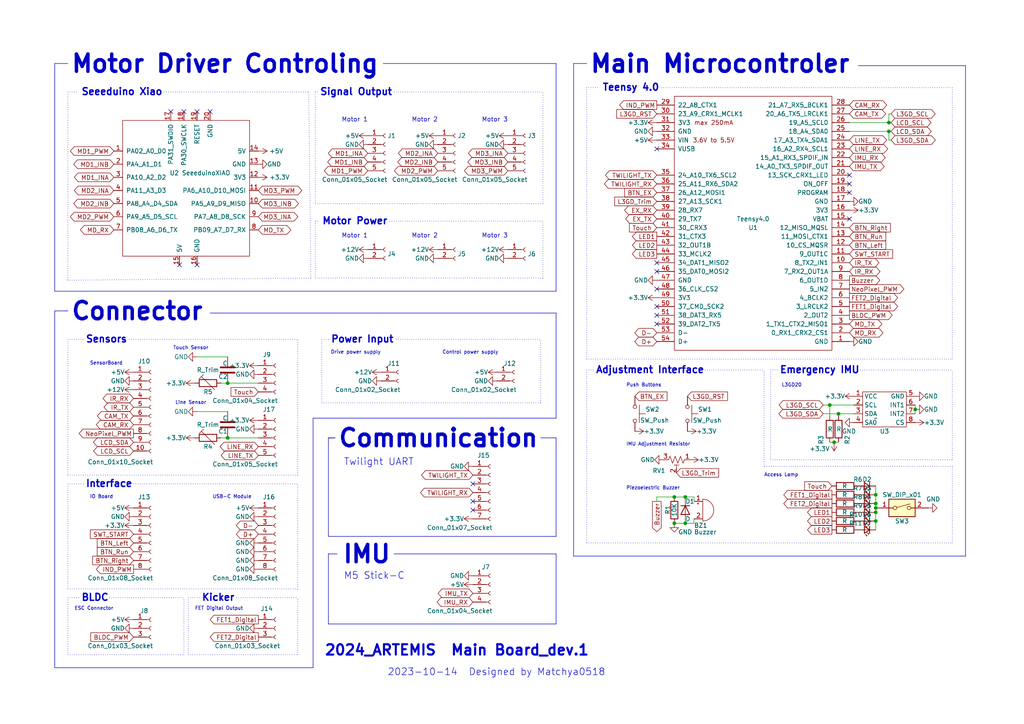
<source format=kicad_sch>
(kicad_sch (version 20230121) (generator eeschema)
  (paper "A4")
  (title_block (title "黒狼_メイン基板") (company "宗高アルテミス"))
  (junction (at 66.04 111.125))
  (junction (at 195.58 144.145))
  (junction (at 254 143.51))
  (junction (at 254 151.13))
  (junction (at 254 146.05))
  (junction (at 198.755 144.145))
  (junction (at 254 148.59))
  (junction (at 198.755 151.765))
  (junction (at 257.81 38.1))
  (junction (at 257.81 35.56))
  (junction (at 243.205 120.015))
  (junction (at 241.935 128.27))
  (junction (at 240.665 117.475))
  (junction (at 66.04 127))
  (junction (at 254 147.32))
  (junction (at 265.43 118.745))
  (junction (at 195.58 151.765))
  (no_connect (at 246.38 53.34))
  (no_connect (at 190.5 91.44))
  (no_connect (at 137.16 147.955))
  (no_connect (at 137.16 140.335))
  (no_connect (at 60.96 32.385))
  (no_connect (at 57.15 76.835))
  (no_connect (at 190.5 43.18))
  (no_connect (at 190.5 76.2))
  (no_connect (at 246.38 55.88))
  (no_connect (at 246.38 63.5))
  (no_connect (at 57.15 32.385))
  (no_connect (at 49.53 32.385))
  (no_connect (at 246.38 50.8))
  (no_connect (at 53.34 32.385))
  (no_connect (at 190.5 93.98))
  (no_connect (at 190.5 83.82))
  (no_connect (at 137.16 145.415))
  (no_connect (at 190.5 88.9))
  (no_connect (at 190.5 78.74))
  (no_connect (at 52.07 76.835))
  (polyline (pts (xy 280.035 161.29) (xy 280.035 19.05)))
  (wire (pts (xy 66.04 127) (xy 74.93 127)))
  (polyline (pts (xy 161.29 121.285) (xy 161.29 90.805)))
  (wire (pts (xy 201.295 151.765) (xy 198.755 151.765)))
  (polyline (pts (xy 156.845 127) (xy 161.29 127)))
  (wire (pts (xy 257.81 33.02) (xy 257.81 35.56)))
  (polyline (pts (xy 93.345 116.84) (xy 156.845 116.84)) (stroke (width 0) (type dot)))
  (wire (pts (xy 64.135 111.125) (xy 66.04 111.125)))
  (wire (pts (xy 258.445 38.1) (xy 257.81 38.1)))
  (wire (pts (xy 265.43 117.475) (xy 265.43 118.745)))
  (wire (pts (xy 198.755 151.765) (xy 195.58 151.765)))
  (polyline (pts (xy 91.44 26.67) (xy 92.71 26.67)) (stroke (width 0) (type dot)))
  (wire (pts (xy 64.135 127) (xy 66.04 127)))
  (polyline (pts (xy 97.155 127) (xy 95.25 127)))
  (wire (pts (xy 254 146.05) (xy 254 147.32)))
  (polyline (pts (xy 19.685 26.67) (xy 19.685 81.28)) (stroke (width 0) (type dot)))
  (polyline (pts (xy 161.29 84.455) (xy 161.29 18.415)))
  (polyline (pts (xy 170.18 157.48) (xy 276.225 157.48)) (stroke (width 0) (type dot)))
  (polyline (pts (xy 19.685 173.355) (xy 19.685 189.865)) (stroke (width 0) (type dot)))
  (wire (pts (xy 258.445 33.02) (xy 257.81 33.02)))
  (wire (pts (xy 190.5 145.415) (xy 190.5 144.145)))
  (polyline (pts (xy 276.225 104.14) (xy 276.225 25.4)) (stroke (width 0) (type dot)))
  (polyline (pts (xy 19.685 140.335) (xy 19.685 170.815)) (stroke (width 0) (type dot)))
  (polyline (pts (xy 37.465 98.425) (xy 86.36 98.425)) (stroke (width 0) (type dot)))
  (polyline (pts (xy 95.25 180.975) (xy 161.29 180.975)))
  (polyline (pts (xy 157.48 80.645) (xy 157.48 64.135)) (stroke (width 0) (type dot)))
  (wire (pts (xy 257.81 35.56) (xy 246.38 35.56)))
  (polyline (pts (xy 86.36 170.815) (xy 86.36 140.335)) (stroke (width 0) (type dot)))
  (wire (pts (xy 243.205 120.015) (xy 247.65 120.015)))
  (polyline (pts (xy 170.18 104.14) (xy 276.225 104.14)) (stroke (width 0) (type dot)))
  (polyline (pts (xy 15.875 90.17) (xy 15.875 193.675)))
  (polyline (pts (xy 173.355 25.4) (xy 170.18 25.4)) (stroke (width 0) (type dot)))
  (wire (pts (xy 254 148.59) (xy 254 151.13)))
  (wire (pts (xy 195.58 144.145) (xy 198.755 144.145)))
  (polyline (pts (xy 19.685 90.17) (xy 15.875 90.17)))
  (polyline (pts (xy 166.37 18.415) (xy 166.37 161.29)))
  (polyline (pts (xy 225.425 107.315) (xy 223.52 107.315)) (stroke (width 0) (type dot)))
  (wire (pts (xy 254 140.97) (xy 254 143.51)))
  (polyline (pts (xy 114.3 64.135) (xy 157.48 64.135)) (stroke (width 0) (type dot)))
  (polyline (pts (xy 86.36 189.865) (xy 86.36 173.355)) (stroke (width 0) (type dot)))
  (polyline (pts (xy 223.52 107.315) (xy 223.52 133.35)) (stroke (width 0) (type dot)))
  (polyline (pts (xy 93.345 98.425) (xy 93.345 116.84)) (stroke (width 0) (type dot)))
  (polyline (pts (xy 95.25 98.425) (xy 93.345 98.425)) (stroke (width 0) (type dot)))
  (wire (pts (xy 238.76 117.475) (xy 240.665 117.475)))
  (wire (pts (xy 243.205 120.65) (xy 243.205 120.015)))
  (polyline (pts (xy 114.3 26.67) (xy 157.48 26.67)) (stroke (width 0) (type dot)))
  (polyline (pts (xy 156.845 116.84) (xy 156.845 98.425)) (stroke (width 0) (type dot)))
  (polyline (pts (xy 53.34 189.865) (xy 53.34 173.355)) (stroke (width 0) (type dot)))
  (polyline (pts (xy 86.36 137.795) (xy 86.36 98.425)) (stroke (width 0) (type dot)))
  (polyline (pts (xy 54.61 173.355) (xy 54.61 189.865)) (stroke (width 0) (type dot)))
  (polyline (pts (xy 91.44 80.645) (xy 157.48 80.645)) (stroke (width 0) (type dot)))
  (wire (pts (xy 241.935 128.27) (xy 243.205 128.27)))
  (polyline (pts (xy 19.685 18.415) (xy 15.875 18.415)))
  (polyline (pts (xy 170.18 107.315) (xy 170.18 157.48)) (stroke (width 0) (type dot)))
  (polyline (pts (xy 54.61 189.865) (xy 86.36 189.865)) (stroke (width 0) (type dot)))
  (wire (pts (xy 254 147.32) (xy 254 148.59)))
  (wire (pts (xy 257.81 38.1) (xy 246.38 38.1)))
  (polyline (pts (xy 97.79 160.655) (xy 95.25 160.655)))
  (polyline (pts (xy 223.52 133.35) (xy 276.225 133.35)) (stroke (width 0) (type dot)))
  (polyline (pts (xy 276.225 135.255) (xy 221.615 135.255)) (stroke (width 0) (type dot)))
  (polyline (pts (xy 15.875 18.415) (xy 15.875 84.455)))
  (polyline (pts (xy 68.58 173.355) (xy 86.36 173.355)) (stroke (width 0) (type dot)))
  (polyline (pts (xy 91.44 26.67) (xy 91.44 59.055)) (stroke (width 0) (type dot)))
  (polyline (pts (xy 221.615 135.255) (xy 221.615 107.315)) (stroke (width 0) (type dot)))
  (wire (pts (xy 201.295 145.415) (xy 201.295 144.145)))
  (polyline (pts (xy 204.47 107.315) (xy 221.615 107.315)) (stroke (width 0) (type dot)))
  (wire (pts (xy 201.295 150.495) (xy 201.295 151.765)))
  (wire (pts (xy 57.15 119.38) (xy 66.04 119.38)))
  (polyline (pts (xy 90.805 193.675) (xy 90.805 121.285)))
  (polyline (pts (xy 22.225 26.67) (xy 19.685 26.67)) (stroke (width 0) (type dot)))
  (wire (pts (xy 258.445 40.64) (xy 257.81 40.64)))
  (polyline (pts (xy 19.685 98.425) (xy 19.685 137.795)) (stroke (width 0) (type dot)))
  (wire (pts (xy 240.665 117.475) (xy 240.665 120.65)))
  (polyline (pts (xy 114.3 160.655) (xy 161.29 160.655)))
  (wire (pts (xy 254 143.51) (xy 254 146.05)))
  (polyline (pts (xy 248.92 19.05) (xy 280.035 19.05)))
  (polyline (pts (xy 47.625 26.67) (xy 89.535 26.67)) (stroke (width 0) (type dot)))
  (polyline (pts (xy 276.225 133.35) (xy 276.225 107.315)) (stroke (width 0) (type dot)))
  (polyline (pts (xy 19.685 189.865) (xy 53.34 189.865)) (stroke (width 0) (type dot)))
  (polyline (pts (xy 24.13 140.335) (xy 19.685 140.335)) (stroke (width 0) (type dot)))
  (polyline (pts (xy 276.225 157.48) (xy 276.225 135.255)) (stroke (width 0) (type dot)))
  (wire (pts (xy 238.76 120.015) (xy 243.205 120.015)))
  (polyline (pts (xy 31.75 173.355) (xy 53.34 173.355)) (stroke (width 0) (type dot)))
  (wire (pts (xy 257.81 40.64) (xy 257.81 38.1)))
  (polyline (pts (xy 166.37 161.29) (xy 280.035 161.29)))
  (polyline (pts (xy 91.44 64.135) (xy 92.71 64.135)) (stroke (width 0) (type dot)))
  (polyline (pts (xy 170.18 25.4) (xy 170.18 104.14)) (stroke (width 0) (type dot)))
  (wire (pts (xy 240.665 117.475) (xy 247.65 117.475)))
  (polyline (pts (xy 170.18 18.415) (xy 166.37 18.415)))
  (polyline (pts (xy 57.785 173.355) (xy 54.61 173.355)) (stroke (width 0) (type dot)))
  (polyline (pts (xy 95.25 127) (xy 95.25 155.575)))
  (polyline (pts (xy 95.25 155.575) (xy 161.29 155.575)))
  (polyline (pts (xy 60.96 90.805) (xy 161.29 90.805)))
  (wire (pts (xy 190.5 144.145) (xy 195.58 144.145)))
  (wire (pts (xy 258.445 35.56) (xy 257.81 35.56)))
  (polyline (pts (xy 95.25 127) (xy 97.155 127)))
  (polyline (pts (xy 19.685 81.28) (xy 90.17 80.645)) (stroke (width 0) (type dot)))
  (polyline (pts (xy 161.29 155.575) (xy 161.29 127)))
  (polyline (pts (xy 157.48 59.055) (xy 157.48 26.67)) (stroke (width 0) (type dot)))
  (wire (pts (xy 265.43 118.745) (xy 265.43 120.015)))
  (wire (pts (xy 240.665 128.27) (xy 241.935 128.27)))
  (polyline (pts (xy 38.735 140.335) (xy 86.36 140.335)) (stroke (width 0) (type dot)))
  (wire (pts (xy 57.15 103.505) (xy 66.04 103.505)))
  (polyline (pts (xy 172.085 107.315) (xy 170.18 107.315)) (stroke (width 0) (type dot)))
  (wire (pts (xy 254 151.13) (xy 254 153.67)))
  (polyline (pts (xy 19.685 137.795) (xy 86.36 137.795)) (stroke (width 0) (type dot)))
  (polyline (pts (xy 19.685 170.815) (xy 86.36 170.815)) (stroke (width 0) (type dot)))
  (polyline (pts (xy 91.44 64.135) (xy 91.44 80.645)) (stroke (width 0) (type dot)))
  (polyline (pts (xy 91.44 59.055) (xy 157.48 59.055)) (stroke (width 0) (type dot)))
  (polyline (pts (xy 191.77 25.4) (xy 276.225 25.4)) (stroke (width 0) (type dot)))
  (polyline (pts (xy 90.17 80.645) (xy 89.535 26.67)) (stroke (width 0) (type dot)))
  (polyline (pts (xy 111.125 18.415) (xy 161.29 18.415)))
  (polyline (pts (xy 113.03 64.135) (xy 114.3 64.135)) (stroke (width 0) (type dot)))
  (wire (pts (xy 198.755 144.145) (xy 201.295 144.145)))
  (polyline (pts (xy 114.935 98.425) (xy 156.845 98.425)) (stroke (width 0) (type dot)))
  (polyline (pts (xy 15.875 84.455) (xy 161.29 84.455)))
  (polyline (pts (xy 15.875 193.675) (xy 90.805 193.675)))
  (polyline (pts (xy 161.29 180.975) (xy 161.29 160.655)))
  (polyline (pts (xy 22.86 173.355) (xy 19.685 173.355)) (stroke (width 0) (type dot)))
  (polyline (pts (xy 249.555 107.315) (xy 276.225 107.315)) (stroke (width 0) (type dot)))
  (wire (pts (xy 66.04 111.125) (xy 74.93 111.125)))
  (polyline (pts (xy 95.25 160.655) (xy 95.25 180.975)))
  (polyline (pts (xy 90.805 121.285) (xy 161.29 121.285)))
  (polyline (pts (xy 24.13 98.425) (xy 19.685 98.425)) (stroke (width 0) (type dot)))
  (text "L3GD20" (at 226.695 112.395 0) (effects (font (size 1 1)) (justify left bottom)))
  (text "Motor 2" (at 119.38 69.215 0) (effects (font (size 1.27 1.27)) (justify left bottom)))
  (text "IMU Adjustment Resistor" (at 181.61 129.54 0) (effects (font (size 1 1)) (justify left bottom)))
  (text "BLDC" (at 23.495 174.625 0) (effects (font (size 2 2) (thickness 0.4) bold) (justify left bottom)))
  (text "Emergency IMU" (at 226.06 108.585 0) (effects (font (size 2 2) (thickness 0.4) bold) (justify left bottom)))
  (text "Push Buttons" (at 181.61 112.395 0) (effects (font (size 1 1)) (justify left bottom)))
  (text "Power Input" (at 95.885 99.695 0) (effects (font (size 2 2) (thickness 0.4) bold) (justify left bottom)))
  (text "ESC Connector" (at 21.59 177.165 0) (effects (font (size 1 1)) (justify left bottom)))
  (text "Motor 1" (at 99.06 35.56 0) (effects (font (size 1.27 1.27)) (justify left bottom)))
  (text "Piezoelectric Buzzer" (at 181.61 142.24 0) (effects (font (size 1 1)) (justify left bottom)))
  (text "Drive power supply" (at 95.885 102.87 0) (effects (font (size 1 1)) (justify left bottom)))
  (text "2024_ARTEMIS  Main Board_dev.1" (at 93.98 190.5 0) (effects (font (size 3 3) (thickness 0.6) bold) (justify left bottom)))
  (text "Motor Power" (at 93.345 65.405 0) (effects (font (size 2 2) (thickness 0.4) bold) (justify left bottom)))
  (text "Motor 3" (at 139.7 69.215 0) (effects (font (size 1.27 1.27)) (justify left bottom)))
  (text "Motor Driver Controling" (at 20.32 21.59 0) (effects (font (size 5 5) (thickness 1) bold) (justify left bottom)))
  (text "Motor 2" (at 119.38 35.56 0) (effects (font (size 1.27 1.27)) (justify left bottom)))
  (text "Sensors" (at 24.765 99.695 0) (effects (font (size 2 2) (thickness 0.4) bold) (justify left bottom)))
  (text "Main Microcontroler" (at 170.815 21.59 0) (effects (font (size 5 5) (thickness 1) bold) (justify left bottom)))
  (text "Teensy 4.0" (at 174.625 26.67 0) (effects (font (size 2 2) (thickness 0.4) bold) (justify left bottom)))
  (text "M5 Stick-C" (at 99.695 168.275 0) (effects (font (size 2 2)) (justify left bottom)))
  (text "SensorBoard" (at 26.035 106.045 0) (effects (font (size 1 1)) (justify left bottom)))
  (text "FET Digital Output" (at 56.515 177.165 0) (effects (font (size 1 1)) (justify left bottom)))
  (text "Touch Sensor" (at 50.165 101.6 0) (effects (font (size 1 1)) (justify left bottom)))
  (text "Access Lamp" (at 221.615 138.43 0) (effects (font (size 1 1)) (justify left bottom)))
  (text "USB-C Module" (at 61.595 144.78 0) (effects (font (size 1 1)) (justify left bottom)))
  (text "Motor 1" (at 99.06 69.215 0) (effects (font (size 1.27 1.27)) (justify left bottom)))
  (text "Seeeduino Xiao" (at 23.495 27.94 0) (effects (font (size 2 2) (thickness 0.4) bold) (justify left bottom)))
  (text "Communication" (at 97.79 130.175 0) (effects (font (size 5 5) (thickness 1) bold) (justify left bottom)))
  (text "IMU" (at 99.06 163.83 0) (effects (font (size 5 5) (thickness 1) bold) (justify left bottom)))
  (text "Line Sensor" (at 50.8 117.475 0) (effects (font (size 1 1)) (justify left bottom)))
  (text "Control power supply" (at 128.27 102.87 0) (effects (font (size 1 1)) (justify left bottom)))
  (text "Kicker" (at 58.42 174.625 0) (effects (font (size 2 2) (thickness 0.4) bold) (justify left bottom)))
  (text "IO Board" (at 26.035 144.78 0) (effects (font (size 1 1)) (justify left bottom)))
  (text "Signal Output" (at 92.71 27.94 0) (effects (font (size 2 2) (thickness 0.4) bold) (justify left bottom)))
  (text "Designed by Matchya0518" (at 135.89 196.215 0) (effects (font (size 2 2)) (justify left bottom)))
  (text "Adjustment Interface" (at 172.72 108.585 0) (effects (font (size 2 2) (thickness 0.4) bold) (justify left bottom)))
  (text "Interface" (at 24.765 141.605 0) (effects (font (size 2 2) (thickness 0.4) bold) (justify left bottom)))
  (text "Twilight UART" (at 99.695 135.255 0) (effects (font (size 2 2)) (justify left bottom)))
  (text "Connector" (at 20.32 93.345 0) (effects (font (size 5 5) (thickness 1) bold) (justify left bottom)))
  (text "2023-10-14" (at 112.395 196.215 0) (effects (font (size 2 2)) (justify left bottom)))
  (text "Motor 3" (at 139.7 35.56 0) (effects (font (size 1.27 1.27)) (justify left bottom)))
  (global_label "TWILIGHT_TX" (shape bidirectional) (at 190.5 50.8 180) (property "Intersheetrefs" "${INTERSHEET_REFS}" (effects hide)))
  (global_label "LCD_SDA" (shape bidirectional) (at 258.445 38.1 0) (property "Intersheetrefs" "${INTERSHEET_REFS}" (effects hide)))
  (global_label "L3GD_SCL" (shape bidirectional) (at 258.445 33.02 0) (property "Intersheetrefs" "${INTERSHEET_REFS}" (effects hide)))
  (global_label "FET1_Digital" (shape output) (at 241.3 143.51 180) (property "Intersheetrefs" "${INTERSHEET_REFS}" (effects hide)))
  (global_label "Buzzer" (shape output) (at 246.38 81.28 0) (property "Intersheetrefs" "${INTERSHEET_REFS}" (effects hide)))
  (global_label "SWT_START" (shape input) (at 246.38 73.66 0) (property "Intersheetrefs" "${INTERSHEET_REFS}" (effects hide)))
  (global_label "D-" (shape bidirectional) (at 190.5 96.52 180) (property "Intersheetrefs" "${INTERSHEET_REFS}" (effects hide)))
  (global_label "MD1_INA" (shape bidirectional) (at 33.02 51.435 180) (property "Intersheetrefs" "${INTERSHEET_REFS}" (effects hide)))
  (global_label "Touch" (shape input) (at 241.3 140.97 180) (property "Intersheetrefs" "${INTERSHEET_REFS}" (effects hide)))
  (global_label "LCD_SCL" (shape bidirectional) (at 38.735 130.81 180) (property "Intersheetrefs" "${INTERSHEET_REFS}" (effects hide)))
  (global_label "IND_PWM" (shape output) (at 190.5 30.48 180) (property "Intersheetrefs" "${INTERSHEET_REFS}" (effects hide)))
  (global_label "MD3_INA" (shape bidirectional) (at 74.93 62.865 0) (property "Intersheetrefs" "${INTERSHEET_REFS}" (effects hide)))
  (global_label "MD3_PWM" (shape bidirectional) (at 147.32 49.53 180) (property "Intersheetrefs" "${INTERSHEET_REFS}" (effects hide)))
  (global_label "L3GD_SCL" (shape bidirectional) (at 238.76 117.475 180) (property "Intersheetrefs" "${INTERSHEET_REFS}" (effects hide)))
  (global_label "Touch" (shape input) (at 74.93 113.665 180) (property "Intersheetrefs" "${INTERSHEET_REFS}" (effects hide)))
  (global_label "CAM_RX" (shape bidirectional) (at 246.38 30.48 0) (property "Intersheetrefs" "${INTERSHEET_REFS}" (effects hide)))
  (global_label "L3GD_Trim" (shape input) (at 196.215 137.16 0) (property "Intersheetrefs" "${INTERSHEET_REFS}" (effects hide)))
  (global_label "CAM_TX" (shape bidirectional) (at 38.735 120.65 180) (property "Intersheetrefs" "${INTERSHEET_REFS}" (effects hide)))
  (global_label "IMU_TX" (shape bidirectional) (at 137.16 172.085 180) (property "Intersheetrefs" "${INTERSHEET_REFS}" (effects hide)))
  (global_label "MD_TX" (shape bidirectional) (at 74.93 66.675 0) (property "Intersheetrefs" "${INTERSHEET_REFS}" (effects hide)))
  (global_label "EX_RX" (shape bidirectional) (at 190.5 60.96 180) (property "Intersheetrefs" "${INTERSHEET_REFS}" (effects hide)))
  (global_label "MD3_INB" (shape bidirectional) (at 147.32 46.99 180) (property "Intersheetrefs" "${INTERSHEET_REFS}" (effects hide)))
  (global_label "LED2" (shape output) (at 241.3 151.13 180) (property "Intersheetrefs" "${INTERSHEET_REFS}" (effects hide)))
  (global_label "FET2_Digital" (shape output) (at 246.38 86.36 0) (property "Intersheetrefs" "${INTERSHEET_REFS}" (effects hide)))
  (global_label "CAM_TX" (shape bidirectional) (at 246.38 33.02 0) (property "Intersheetrefs" "${INTERSHEET_REFS}" (effects hide)))
  (global_label "L3GD_Trim" (shape input) (at 190.5 58.42 180) (property "Intersheetrefs" "${INTERSHEET_REFS}" (effects hide)))
  (global_label "MD_TX" (shape bidirectional) (at 246.38 93.98 0) (property "Intersheetrefs" "${INTERSHEET_REFS}" (effects hide)))
  (global_label "BTN_EX" (shape input) (at 190.5 55.88 180) (property "Intersheetrefs" "${INTERSHEET_REFS}" (effects hide)))
  (global_label "IMU_RX" (shape bidirectional) (at 246.38 45.72 0) (property "Intersheetrefs" "${INTERSHEET_REFS}" (effects hide)))
  (global_label "MD1_PWM" (shape bidirectional) (at 106.68 49.53 180) (property "Intersheetrefs" "${INTERSHEET_REFS}" (effects hide)))
  (global_label "BTN_Right" (shape input) (at 38.735 162.56 180) (property "Intersheetrefs" "${INTERSHEET_REFS}" (effects hide)))
  (global_label "MD2_INA" (shape bidirectional) (at 127 44.45 180) (property "Intersheetrefs" "${INTERSHEET_REFS}" (effects hide)))
  (global_label "IMU_TX" (shape bidirectional) (at 246.38 48.26 0) (property "Intersheetrefs" "${INTERSHEET_REFS}" (effects hide)))
  (global_label "L3GD_SDA" (shape bidirectional) (at 258.445 40.64 0) (property "Intersheetrefs" "${INTERSHEET_REFS}" (effects hide)))
  (global_label "L3GD_RST" (shape input) (at 199.39 114.935 0) (property "Intersheetrefs" "${INTERSHEET_REFS}" (effects hide)))
  (global_label "BTN_Left" (shape input) (at 246.38 71.12 0) (property "Intersheetrefs" "${INTERSHEET_REFS}" (effects hide)))
  (global_label "Touch" (shape input) (at 190.5 66.04 180) (property "Intersheetrefs" "${INTERSHEET_REFS}" (effects hide)))
  (global_label "L3GD_SDA" (shape bidirectional) (at 238.76 120.015 180) (property "Intersheetrefs" "${INTERSHEET_REFS}" (effects hide)))
  (global_label "MD2_PWM" (shape bidirectional) (at 33.02 62.865 180) (property "Intersheetrefs" "${INTERSHEET_REFS}" (effects hide)))
  (global_label "BTN_Run" (shape input) (at 246.38 68.58 0) (property "Intersheetrefs" "${INTERSHEET_REFS}" (effects hide)))
  (global_label "LED3" (shape output) (at 190.5 73.66 180) (property "Intersheetrefs" "${INTERSHEET_REFS}" (effects hide)))
  (global_label "SWT_START" (shape input) (at 38.735 154.94 180) (property "Intersheetrefs" "${INTERSHEET_REFS}" (effects hide)))
  (global_label "LINE_RX" (shape bidirectional) (at 74.93 129.54 180) (property "Intersheetrefs" "${INTERSHEET_REFS}" (effects hide)))
  (global_label "FET2_Digital" (shape output) (at 241.3 146.05 180) (property "Intersheetrefs" "${INTERSHEET_REFS}" (effects hide)))
  (global_label "LED1" (shape output) (at 190.5 68.58 180) (property "Intersheetrefs" "${INTERSHEET_REFS}" (effects hide)))
  (global_label "D-" (shape bidirectional) (at 74.93 152.4 180) (property "Intersheetrefs" "${INTERSHEET_REFS}" (effects hide)))
  (global_label "LINE_TX" (shape bidirectional) (at 74.93 132.08 180) (property "Intersheetrefs" "${INTERSHEET_REFS}" (effects hide)))
  (global_label "BLDC_PWM" (shape input) (at 38.735 184.785 180) (property "Intersheetrefs" "${INTERSHEET_REFS}" (effects hide)))
  (global_label "D+" (shape bidirectional) (at 190.5 99.06 180) (property "Intersheetrefs" "${INTERSHEET_REFS}" (effects hide)))
  (global_label "MD_RX" (shape bidirectional) (at 246.38 96.52 0) (property "Intersheetrefs" "${INTERSHEET_REFS}" (effects hide)))
  (global_label "MD2_INB" (shape bidirectional) (at 33.02 59.055 180) (property "Intersheetrefs" "${INTERSHEET_REFS}" (effects hide)))
  (global_label "MD3_INB" (shape bidirectional) (at 74.93 59.055 0) (property "Intersheetrefs" "${INTERSHEET_REFS}" (effects hide)))
  (global_label "TWILIGHT_RX" (shape bidirectional) (at 190.5 53.34 180) (property "Intersheetrefs" "${INTERSHEET_REFS}" (effects hide)))
  (global_label "MD2_INA" (shape bidirectional) (at 33.02 55.245 180) (property "Intersheetrefs" "${INTERSHEET_REFS}" (effects hide)))
  (global_label "IR_TX" (shape bidirectional) (at 38.735 118.11 180) (property "Intersheetrefs" "${INTERSHEET_REFS}" (effects hide)))
  (global_label "MD1_INA" (shape bidirectional) (at 106.68 44.45 180) (property "Intersheetrefs" "${INTERSHEET_REFS}" (effects hide)))
  (global_label "BTN_Run" (shape input) (at 38.735 160.02 180) (property "Intersheetrefs" "${INTERSHEET_REFS}" (effects hide)))
  (global_label "FET1_Digital" (shape output) (at 74.93 179.705 180) (property "Intersheetrefs" "${INTERSHEET_REFS}" (effects hide)))
  (global_label "IMU_RX" (shape bidirectional) (at 137.16 174.625 180) (property "Intersheetrefs" "${INTERSHEET_REFS}" (effects hide)))
  (global_label "MD1_PWM" (shape bidirectional) (at 33.02 43.815 180) (property "Intersheetrefs" "${INTERSHEET_REFS}" (effects hide)))
  (global_label "BTN_Right" (shape input) (at 246.38 66.04 0) (property "Intersheetrefs" "${INTERSHEET_REFS}" (effects hide)))
  (global_label "IR_TX" (shape bidirectional) (at 246.38 76.2 0) (property "Intersheetrefs" "${INTERSHEET_REFS}" (effects hide)))
  (global_label "MD1_INB" (shape bidirectional) (at 33.02 47.625 180) (property "Intersheetrefs" "${INTERSHEET_REFS}" (effects hide)))
  (global_label "IR_RX" (shape bidirectional) (at 38.735 115.57 180) (property "Intersheetrefs" "${INTERSHEET_REFS}" (effects hide)))
  (global_label "LINE_RX" (shape bidirectional) (at 246.38 43.18 0) (property "Intersheetrefs" "${INTERSHEET_REFS}" (effects hide)))
  (global_label "MD3_PWM" (shape bidirectional) (at 74.93 55.245 0) (property "Intersheetrefs" "${INTERSHEET_REFS}" (effects hide)))
  (global_label "IND_PWM" (shape output) (at 38.735 165.1 180) (property "Intersheetrefs" "${INTERSHEET_REFS}" (effects hide)))
  (global_label "MD3_INA" (shape bidirectional) (at 147.32 44.45 180) (property "Intersheetrefs" "${INTERSHEET_REFS}" (effects hide)))
  (global_label "LED2" (shape output) (at 190.5 71.12 180) (property "Intersheetrefs" "${INTERSHEET_REFS}" (effects hide)))
  (global_label "LCD_SDA" (shape bidirectional) (at 38.735 128.27 180) (property "Intersheetrefs" "${INTERSHEET_REFS}" (effects hide)))
  (global_label "MD_RX" (shape bidirectional) (at 33.02 66.675 180) (property "Intersheetrefs" "${INTERSHEET_REFS}" (effects hide)))
  (global_label "LED3" (shape output) (at 241.3 153.67 180) (property "Intersheetrefs" "${INTERSHEET_REFS}" (effects hide)))
  (global_label "LCD_SCL" (shape bidirectional) (at 258.445 35.56 0) (property "Intersheetrefs" "${INTERSHEET_REFS}" (effects hide)))
  (global_label "TWILIGHT_TX" (shape bidirectional) (at 137.16 137.795 180) (property "Intersheetrefs" "${INTERSHEET_REFS}" (effects hide)))
  (global_label "D+" (shape bidirectional) (at 74.93 154.94 180) (property "Intersheetrefs" "${INTERSHEET_REFS}" (effects hide)))
  (global_label "NeoPixel_PWM" (shape output) (at 38.735 125.73 180) (property "Intersheetrefs" "${INTERSHEET_REFS}" (effects hide)))
  (global_label "L3GD_RST" (shape input) (at 190.5 33.02 180) (property "Intersheetrefs" "${INTERSHEET_REFS}" (effects hide)))
  (global_label "MD2_INB" (shape bidirectional) (at 127 46.99 180) (property "Intersheetrefs" "${INTERSHEET_REFS}" (effects hide)))
  (global_label "IR_RX" (shape bidirectional) (at 246.38 78.74 0) (property "Intersheetrefs" "${INTERSHEET_REFS}" (effects hide)))
  (global_label "CAM_RX" (shape bidirectional) (at 38.735 123.19 180) (property "Intersheetrefs" "${INTERSHEET_REFS}" (effects hide)))
  (global_label "NeoPixel_PWM" (shape output) (at 246.38 83.82 0) (property "Intersheetrefs" "${INTERSHEET_REFS}" (effects hide)))
  (global_label "BTN_Left" (shape input) (at 38.735 157.48 180) (property "Intersheetrefs" "${INTERSHEET_REFS}" (effects hide)))
  (global_label "BTN_EX" (shape input) (at 184.15 114.935 0) (property "Intersheetrefs" "${INTERSHEET_REFS}" (effects hide)))
  (global_label "BLDC_PWM" (shape output) (at 246.38 91.44 0) (property "Intersheetrefs" "${INTERSHEET_REFS}" (effects hide)))
  (global_label "MD2_PWM" (shape bidirectional) (at 127 49.53 180) (property "Intersheetrefs" "${INTERSHEET_REFS}" (effects hide)))
  (global_label "MD1_INB" (shape bidirectional) (at 106.68 46.99 180) (property "Intersheetrefs" "${INTERSHEET_REFS}" (effects hide)))
  (global_label "LED1" (shape output) (at 241.3 148.59 180) (property "Intersheetrefs" "${INTERSHEET_REFS}" (effects hide)))
  (global_label "TWILIGHT_RX" (shape bidirectional) (at 137.16 142.875 180) (property "Intersheetrefs" "${INTERSHEET_REFS}" (effects hide)))
  (global_label "FET1_Digital" (shape output) (at 246.38 88.9 0) (property "Intersheetrefs" "${INTERSHEET_REFS}" (effects hide)))
  (global_label "EX_TX" (shape bidirectional) (at 190.5 63.5 180) (property "Intersheetrefs" "${INTERSHEET_REFS}" (effects hide)))
  (global_label "FET2_Digital" (shape output) (at 74.93 184.785 180) (property "Intersheetrefs" "${INTERSHEET_REFS}" (effects hide)))
  (global_label "LINE_TX" (shape bidirectional) (at 246.38 40.64 0) (property "Intersheetrefs" "${INTERSHEET_REFS}" (effects hide)))
  (global_label "Buzzer" (shape output) (at 190.5 145.415 270) (property "Intersheetrefs" "${INTERSHEET_REFS}" (effects hide)))
  (symbol (lib_id "Connector:Conn_01x02_Socket") (at 132.08 72.39 0) (unit 1)
    (property "Reference" "J5" (at 132.715 73.66 0) (effects (justify left)))
    (property "Value" "Conn_01x02_Socket" (effects hide))
    (property "Footprint" "Connector_JST:JST_XH_B2B-XH-A_1x02_P2.50mm_Vertical" (effects hide))
  )
  (symbol (lib_id "Connector:Conn_01x02_Socket") (at 111.76 72.39 0) (unit 1)
    (property "Reference" "J4" (at 112.395 73.66 0) (effects (justify left)))
    (property "Value" "Conn_01x02_Socket" (effects hide))
    (property "Footprint" "Connector_JST:JST_XH_B2B-XH-A_1x02_P2.50mm_Vertical" (effects hide))
  )
  (symbol (lib_id "Device:LED_Small") (at 251.46 153.67 180) (unit 1)
    (property "Reference" "D7" (at 251.46 151.765 0))
    (property "Value" "LED_Small" (effects hide))
    (property "Footprint" "LED_SMD:LED_0402_1005Metric" (effects hide))
  )
  (symbol (lib_id "Connector:Conn_01x08_Socket") (at 43.815 154.94 0) (unit 1)
    (property "Reference" "J13" (at 40.005 144.145 0) (effects (justify left)))
    (property "Value" "Conn_01x08_Socket" (at 25.4 167.64 0) (effects (justify left)))
    (property "Footprint" "Connector_JST:JST_XH_B8B-XH-A_1x08_P2.50mm_Vertical" (effects hide))
  )
  (symbol (lib_id "power:+5V") (at 144.145 107.95 90) (unit 1)
    (property "Reference" "#PWR037" (effects hide))
    (property "Value" "+5V" (at 141.605 107.95 90) (effects (justify left)))
  )
  (symbol (lib_id "power:GND") (at 110.49 110.49 270) (unit 1)
    (property "Reference" "#PWR035" (effects hide))
    (property "Value" "GND" (at 107.95 110.49 90) (effects (justify right)))
  )
  (symbol (lib_id "power:+5V") (at 127 39.37 90) (unit 1)
    (property "Reference" "#PWR017" (effects hide))
    (property "Value" "+5V" (at 124.46 39.37 90) (effects (justify left)))
  )
  (symbol (lib_id "power:GND") (at 106.68 41.91 270) (unit 1)
    (property "Reference" "#PWR010" (effects hide))
    (property "Value" "GND" (at 104.14 41.91 90) (effects (justify right)))
  )
  (symbol (lib_id "power:GND") (at 74.93 124.46 270) (unit 1)
    (property "Reference" "#PWR030" (effects hide))
    (property "Value" "GND" (at 72.39 124.46 90) (effects (justify right)))
  )
  (symbol (lib_id "Device:Buzzer") (at 203.835 147.955 0) (unit 1)
    (property "Reference" "BZ1" (at 201.295 152.4 0) (effects (justify left)))
    (property "Value" "Buzzer" (at 201.295 154.305 0) (effects (justify left)))
    (property "Footprint" "Buzzer_Beeper:Buzzer_12x9.5RM7.6" (effects hide))
  )
  (symbol (lib_id "power:+3.3V") (at 200.025 133.35 270) (unit 1)
    (property "Reference" "#PWR064" (effects hide))
    (property "Value" "+3.3V" (at 202.565 133.35 90) (effects (justify left)))
  )
  (symbol (lib_id "Device:R_Potentiometer_Trim_US") (at 196.215 133.35 270) (unit 1)
    (property "Reference" "RV1" (at 191.135 136.525 90))
    (property "Value" "R_Potentiometer_Trim_US" (effects hide))
    (property "Footprint" "可変抵抗:可変抵抗" (effects hide))
  )
  (symbol (lib_id "Connector:Conn_01x07_Socket") (at 142.24 142.875 0) (unit 1)
    (property "Reference" "J15" (at 138.43 132.08 0) (effects (justify left)))
    (property "Value" "Conn_01x07_Socket" (at 123.825 153.035 0) (effects (justify left)))
    (property "Footprint" "Connector_PinHeader_2.54mm:PinHeader_1x07_P2.54mm_Horizontal" (effects hide))
  )
  (symbol (lib_id "Device:R") (at 245.11 146.05 90) (unit 1)
    (property "Reference" "R8" (at 250.19 144.145 90) (effects (justify left)))
    (property "Value" "R" (at 245.745 146.05 90) (effects (justify left)))
    (property "Footprint" "Resistor_SMD:R_0402_1005Metric" (effects hide))
  )
  (symbol (lib_id "power:+3.3V") (at 74.93 121.92 90) (unit 1)
    (property "Reference" "#PWR060" (effects hide))
    (property "Value" "+3.3V" (at 72.39 121.92 90) (effects (justify left)))
  )
  (symbol (lib_id "Device:R") (at 245.11 148.59 90) (unit 1)
    (property "Reference" "R9" (at 250.19 146.685 90) (effects (justify left)))
    (property "Value" "R" (at 245.745 148.59 90) (effects (justify left)))
    (property "Footprint" "Resistor_SMD:R_0402_1005Metric" (effects hide))
  )
  (symbol (lib_id "Connector:Conn_01x03_Socket") (at 80.01 182.245 0) (unit 1)
    (property "Reference" "J14" (at 75.565 176.53 0) (effects (justify left)))
    (property "Value" "Conn_01x03_Socket" (at 62.23 187.325 0) (effects (justify left)))
    (property "Footprint" "Connector_JST:JST_XH_B3B-XH-A_1x03_P2.50mm_Vertical" (effects hide))
  )
  (symbol (lib_id "power:GND") (at 269.24 147.32 90) (unit 1)
    (property "Reference" "#PWR066" (effects hide))
    (property "Value" "GND" (at 268.605 144.78 90) (effects (justify right)))
  )
  (symbol (lib_id "power:+3.3V") (at 137.16 150.495 90) (unit 1)
    (property "Reference" "#PWR045" (effects hide))
    (property "Value" "+3.3V" (at 134.62 150.495 90) (effects (justify left)))
  )
  (symbol (lib_id "power:GND") (at 246.38 99.06 90) (unit 1)
    (property "Reference" "#PWR06" (effects hide))
    (property "Value" "GND" (at 248.92 99.06 90) (effects (justify right)))
  )
  (symbol (lib_id "Device:LED_Small") (at 251.46 140.97 180) (unit 1)
    (property "Reference" "D2" (at 251.46 139.065 0))
    (property "Value" "LED_Small" (effects hide))
    (property "Footprint" "LED_SMD:LED_0402_1005Metric" (effects hide))
  )
  (symbol (lib_id "power:GND") (at 147.32 41.91 270) (unit 1)
    (property "Reference" "#PWR015" (effects hide))
    (property "Value" "GND" (at 144.78 41.91 90) (effects (justify right)))
  )
  (symbol (lib_id "power:GND") (at 38.735 110.49 270) (unit 1)
    (property "Reference" "#PWR032" (effects hide))
    (property "Value" "GND" (at 36.195 110.49 90) (effects (justify right)))
  )
  (symbol (lib_id "power:GND") (at 57.15 103.505 270) (unit 1)
    (property "Reference" "#PWR061" (effects hide))
    (property "Value" "GND" (at 54.61 103.505 90) (effects (justify right)))
  )
  (symbol (lib_id "Connector:Conn_01x10_Socket") (at 43.815 118.11 0) (unit 1)
    (property "Reference" "J10" (at 40.005 104.775 0) (effects (justify left)))
    (property "Value" "Conn_01x10_Socket" (at 25.4 133.985 0) (effects (justify left)))
    (property "Footprint" "Connector_IDC:IDC-Header_2x05_P2.54mm_Vertical" (effects hide))
  )
  (symbol (lib_id "power:GND") (at 192.405 133.35 270) (unit 1)
    (property "Reference" "#PWR065" (effects hide))
    (property "Value" "GND" (at 189.865 133.35 90) (effects (justify right)))
  )
  (symbol (lib_id "Device:LED_Small") (at 251.46 148.59 180) (unit 1)
    (property "Reference" "D5" (at 251.46 146.685 0))
    (property "Value" "LED_Small" (effects hide))
    (property "Footprint" "LED_SMD:LED_0402_1005Metric" (effects hide))
  )
  (symbol (lib_id "Connector:Conn_01x04_Socket") (at 80.01 108.585 0) (unit 1)
    (property "Reference" "J9" (at 76.2 102.87 0) (effects (justify left)))
    (property "Value" "Conn_01x04_Socket" (at 61.595 116.205 0) (effects (justify left)))
    (property "Footprint" "Connector_JST:JST_XH_B4B-XH-A_1x04_P2.50mm_Vertical" (effects hide))
  )
  (symbol (lib_id "power:GND") (at 38.735 149.86 270) (unit 1)
    (property "Reference" "#PWR038" (effects hide))
    (property "Value" "GND" (at 36.195 149.86 90) (effects (justify right)))
  )
  (symbol (lib_id "Device:R") (at 245.11 151.13 90) (unit 1)
    (property "Reference" "R10" (at 250.19 149.225 90) (effects (justify left)))
    (property "Value" "R" (at 245.745 151.13 90) (effects (justify left)))
    (property "Footprint" "Resistor_SMD:R_0402_1005Metric" (effects hide))
  )
  (symbol (lib_id "power:GND") (at 74.93 47.625 90) (unit 1)
    (property "Reference" "#PWR014" (effects hide))
    (property "Value" "GND" (at 77.47 47.625 90) (effects (justify right)))
  )
  (symbol (lib_id "power:+3.3V") (at 38.735 152.4 90) (unit 1)
    (property "Reference" "#PWR040" (effects hide))
    (property "Value" "+3.3V" (at 36.195 152.4 90) (effects (justify left)))
  )
  (symbol (lib_id "Connector:Conn_01x05_Socket") (at 132.08 44.45 0) (unit 1)
    (property "Reference" "J2" (at 132.715 39.37 0) (effects (justify left)))
    (property "Value" "Conn_01x05_Socket" (at 113.665 52.07 0) (effects (justify left)))
    (property "Footprint" "Connector_JST:JST_XH_B5B-XH-A_1x05_P2.50mm_Vertical" (effects hide))
  )
  (symbol (lib_id "power:GND") (at 74.93 157.48 270) (unit 1)
    (property "Reference" "#PWR056" (effects hide))
    (property "Value" "GND" (at 72.39 157.48 90) (effects (justify right)))
  )
  (symbol (lib_id "power:GND") (at 74.93 165.1 270) (unit 1)
    (property "Reference" "#PWR052" (effects hide))
    (property "Value" "GND" (at 72.39 165.1 90) (effects (justify right)))
  )
  (symbol (lib_id "Connector:Conn_01x04_Socket") (at 142.24 169.545 0) (unit 1)
    (property "Reference" "J7" (at 139.7 164.465 0) (effects (justify left)))
    (property "Value" "Conn_01x04_Socket" (at 123.825 177.165 0) (effects (justify left)))
    (property "Footprint" "Connector_JST:JST_XH_S4B-XH-A_1x04_P2.50mm_Horizontal" (effects hide))
  )
  (symbol (lib_id "power:+5V") (at 38.735 107.95 90) (unit 1)
    (property "Reference" "#PWR031" (effects hide))
    (property "Value" "+5V" (at 36.195 107.95 90) (effects (justify left)))
  )
  (symbol (lib_id "power:GND") (at 147.32 74.93 270) (unit 1)
    (property "Reference" "#PWR021" (effects hide))
    (property "Value" "GND" (at 144.78 74.93 90) (effects (justify right)))
  )
  (symbol (lib_id "power:+5V") (at 38.735 179.705 90) (unit 1)
    (property "Reference" "#PWR028" (effects hide))
    (property "Value" "+5V" (at 36.195 179.705 90) (effects (justify left)))
  )
  (symbol (lib_id "Device:R") (at 243.205 124.46 0) (unit 1)
    (property "Reference" "R2" (at 245.745 128.905 90) (effects (justify left)))
    (property "Value" "R" (at 242.57 124.46 0) (effects (justify left)))
    (property "Footprint" "Resistor_SMD:R_0402_1005Metric" (effects hide))
  )
  (symbol (lib_id "power:GND") (at 195.58 151.765 0) (unit 1)
    (property "Reference" "#PWR09" (effects hide))
    (property "Value" "GND" (at 198.755 154.305 0))
  )
  (symbol (lib_id "Connector:Conn_01x05_Socket") (at 111.76 44.45 0) (unit 1)
    (property "Reference" "J1" (at 112.395 39.37 0) (effects (justify left)))
    (property "Value" "Conn_01x05_Socket" (at 93.345 52.07 0) (effects (justify left)))
    (property "Footprint" "Connector_JST:JST_XH_B5B-XH-A_1x05_P2.50mm_Vertical" (effects hide))
  )
  (symbol (lib_id "power:GND") (at 265.43 118.745 90) (unit 1)
    (property "Reference" "#PWR051" (effects hide))
    (property "Value" "GND" (at 267.97 118.745 90) (effects (justify right)))
  )
  (symbol (lib_id "Connector:Conn_01x03_Socket") (at 43.815 182.245 0) (unit 1)
    (property "Reference" "J8" (at 40.64 177.165 0) (effects (justify left)))
    (property "Value" "Conn_01x03_Socket" (at 25.4 187.325 0) (effects (justify left)))
    (property "Footprint" "Connector_JST:JST_XH_B3B-XH-A_1x03_P2.50mm_Vertical" (effects hide))
  )
  (symbol (lib_id "Device:LED_Small") (at 251.46 151.13 180) (unit 1)
    (property "Reference" "D6" (at 251.46 149.225 0))
    (property "Value" "LED_Small" (effects hide))
    (property "Footprint" "LED_SMD:LED_0402_1005Metric" (effects hide))
  )
  (symbol (lib_id "power:GND") (at 265.43 114.935 90) (unit 1)
    (property "Reference" "#PWR046" (effects hide))
    (property "Value" "GND" (at 267.97 114.935 90) (effects (justify right)))
  )
  (symbol (lib_id "power:GND") (at 190.5 38.1 270) (unit 1)
    (property "Reference" "#PWR01" (effects hide))
    (property "Value" "GND" (at 187.96 38.1 90) (effects (justify right)))
  )
  (symbol (lib_id "power:+3.3V") (at 190.5 86.36 90) (unit 1)
    (property "Reference" "#PWR08" (effects hide))
    (property "Value" "+3.3V" (at 187.96 86.36 90) (effects (justify left)))
  )
  (symbol (lib_id "power:GND") (at 246.38 58.42 90) (unit 1)
    (property "Reference" "#PWR05" (effects hide))
    (property "Value" "GND" (at 248.92 58.42 90) (effects (justify right)))
  )
  (symbol (lib_id "power:GND") (at 74.93 182.245 270) (unit 1)
    (property "Reference" "#PWR041" (effects hide))
    (property "Value" "GND" (at 72.39 182.245 90) (effects (justify right)))
  )
  (symbol (lib_id "Device:R") (at 240.665 124.46 0) (unit 1)
    (property "Reference" "R3" (at 238.125 128.905 90) (effects (justify left)))
    (property "Value" "R" (at 240.03 124.46 0) (effects (justify left)))
    (property "Footprint" "Resistor_SMD:R_0402_1005Metric" (effects hide))
  )
  (symbol (lib_id "Connector:Conn_01x08_Socket") (at 80.01 154.94 0) (unit 1)
    (property "Reference" "J16" (at 76.2 144.145 0) (effects (justify left)))
    (property "Value" "Conn_01x08_Socket" (at 61.595 167.64 0) (effects (justify left)))
  )
  (symbol (lib_id "Connector:Conn_01x02_Socket") (at 115.57 107.95 0) (unit 1)
    (property "Reference" "J11" (at 112.395 105.41 0) (effects (justify left)))
    (property "Value" "Conn_01x02_Socket" (at 97.155 113.03 0) (effects (justify left)))
    (property "Footprint" "Connector_JST:JST_VH_B2P-VH-B_1x02_P3.96mm_Vertical" (effects hide))
  )
  (symbol (lib_id "Device:R") (at 245.11 153.67 90) (unit 1)
    (property "Reference" "R11" (at 250.19 151.765 90) (effects (justify left)))
    (property "Value" "R" (at 245.745 153.67 90) (effects (justify left)))
    (property "Footprint" "Resistor_SMD:R_0402_1005Metric" (effects hide))
  )
  (symbol (lib_id "power:GND") (at 137.16 135.255 270) (unit 1)
    (property "Reference" "#PWR044" (effects hide))
    (property "Value" "GND" (at 134.62 135.255 90) (effects (justify right)))
  )
  (symbol (lib_id "power:+5V") (at 74.93 147.32 90) (unit 1)
    (property "Reference" "#PWR053" (effects hide))
    (property "Value" "+5V" (at 72.39 147.32 90) (effects (justify left)))
  )
  (symbol (lib_id "L3GD20H_Module:L3GD20H_module") (at 256.54 118.745 0) (unit 1)
    (property "Reference" "U3" (at 256.54 125.095 0))
    (property "Value" "~" (at 254 121.285 0))
    (property "Footprint" "L3GD20H_Module:L3GD20H_Module_KiCad6.0" (effects hide))
  )
  (symbol (lib_id "power:+3.3V") (at 265.43 122.555 270) (unit 1)
    (property "Reference" "#PWR049" (effects hide))
    (property "Value" "+3.3V" (at 267.97 122.555 90) (effects (justify left)))
  )
  (symbol (lib_id "power:GND") (at 74.93 162.56 270) (unit 1)
    (property "Reference" "#PWR054" (effects hide))
    (property "Value" "GND" (at 72.39 162.56 90) (effects (justify right)))
  )
  (symbol (lib_id "Device:R_Trim") (at 60.325 127 90) (unit 1)
    (property "Reference" "R4" (at 60.325 129.54 90))
    (property "Value" "R_Trim" (at 60.325 123.19 90))
    (property "Footprint" "可変抵抗:可変抵抗" (effects hide))
  )
  (symbol (lib_id "Device:LED_Small") (at 251.46 143.51 180) (unit 1)
    (property "Reference" "D3" (at 251.46 141.605 0))
    (property "Value" "LED_Small" (effects hide))
    (property "Footprint" "LED_SMD:LED_0402_1005Metric" (effects hide))
  )
  (symbol (lib_id "power:+12V") (at 38.735 113.03 90) (unit 1)
    (property "Reference" "#PWR033" (effects hide))
    (property "Value" "+12V" (at 36.195 113.03 90) (effects (justify left)))
  )
  (symbol (lib_id "power:+5V") (at 106.68 39.37 90) (unit 1)
    (property "Reference" "#PWR016" (effects hide))
    (property "Value" "+5V" (at 104.14 39.37 90) (effects (justify left)))
  )
  (symbol (lib_id "power:+3.3V") (at 246.38 60.96 270) (unit 1)
    (property "Reference" "#PWR07" (effects hide))
    (property "Value" "+3.3V" (at 248.92 60.96 90) (effects (justify left)))
  )
  (symbol (lib_id "power:GND") (at 74.93 108.585 270) (unit 1)
    (property "Reference" "#PWR063" (effects hide))
    (property "Value" "GND" (at 72.39 108.585 90) (effects (justify right)))
  )
  (symbol (lib_id "power:+5V") (at 74.93 43.815 270) (unit 1)
    (property "Reference" "#PWR012" (effects hide))
    (property "Value" "+5V" (at 78.105 43.815 90) (effects (justify left)))
  )
  (symbol (lib_id "Switch:SW_Push") (at 184.15 120.015 270) (unit 1)
    (property "Reference" "SW2" (at 189.23 118.745 90))
    (property "Value" "SW_Push" (at 189.865 121.92 90))
    (property "Footprint" "Button_Switch_THT:SW_PUSH_6mm_H5mm" (effects hide))
  )
  (symbol (lib_id "power:GND") (at 144.145 110.49 270) (unit 1)
    (property "Reference" "#PWR036" (effects hide))
    (property "Value" "GND" (at 141.605 110.49 90) (effects (justify right)))
  )
  (symbol (lib_id "power:GND") (at 57.15 119.38 270) (unit 1)
    (property "Reference" "#PWR059" (effects hide))
    (property "Value" "GND" (at 54.61 119.38 90) (effects (justify right)))
  )
  (symbol (lib_id "power:+3.3V") (at 74.93 51.435 270) (unit 1)
    (property "Reference" "#PWR011" (effects hide))
    (property "Value" "+3.3V" (at 78.105 51.435 90) (effects (justify left)))
  )
  (symbol (lib_id "Device:C") (at 66.04 123.19 180) (unit 1)
    (property "Reference" "C1" (at 66.04 125.095 0) (effects (justify left)))
    (property "Value" "C" (at 66.04 121.285 0) (effects (justify left)))
    (property "Footprint" "Capacitor_THT:CP_Radial_D5.0mm_P2.50mm" (effects hide))
  )
  (symbol (lib_id "power:+3.3V") (at 247.65 114.935 90) (unit 1)
    (property "Reference" "#PWR048" (effects hide))
    (property "Value" "+3.3V" (at 245.11 114.935 90) (effects (justify left)))
  )
  (symbol (lib_id "power:+12V") (at 147.32 72.39 90) (unit 1)
    (property "Reference" "#PWR024" (effects hide))
    (property "Value" "+12V" (at 144.78 72.39 90) (effects (justify left)))
  )
  (symbol (lib_id "power:GND") (at 106.68 74.93 270) (unit 1)
    (property "Reference" "#PWR019" (effects hide))
    (property "Value" "GND" (at 104.14 74.93 90) (effects (justify right)))
  )
  (symbol (lib_id "power:+3.3V") (at 190.5 35.56 90) (unit 1)
    (property "Reference" "#PWR03" (effects hide))
    (property "Value" "+3.3V" (at 187.96 35.56 90) (effects (justify left)))
  )
  (symbol (lib_id "power:GND") (at 127 74.93 270) (unit 1)
    (property "Reference" "#PWR020" (effects hide))
    (property "Value" "GND" (at 124.46 74.93 90) (effects (justify right)))
  )
  (symbol (lib_id "Device:C") (at 66.04 107.315 180) (unit 1)
    (property "Reference" "C2" (at 66.04 109.22 0) (effects (justify left)))
    (property "Value" "C" (at 66.04 105.41 0) (effects (justify left)))
    (property "Footprint" "Capacitor_THT:CP_Radial_D5.0mm_P2.50mm" (effects hide))
  )
  (symbol (lib_id "power:GND") (at 137.16 167.005 270) (unit 1)
    (property "Reference" "#PWR026" (effects hide))
    (property "Value" "GND" (at 134.62 167.005 90) (effects (justify right)))
  )
  (symbol (lib_id "power:GND") (at 127 41.91 270) (unit 1)
    (property "Reference" "#PWR013" (effects hide))
    (property "Value" "GND" (at 124.46 41.91 90) (effects (justify right)))
  )
  (symbol (lib_id "Connector:Conn_01x02_Socket") (at 152.4 72.39 0) (unit 1)
    (property "Reference" "J6" (at 153.035 73.66 0) (effects (justify left)))
    (property "Value" "Conn_01x02_Socket" (effects hide))
    (property "Footprint" "Connector_JST:JST_XH_B2B-XH-A_1x02_P2.50mm_Vertical" (effects hide))
  )
  (symbol (lib_id "power:GND") (at 190.5 81.28 270) (unit 1)
    (property "Reference" "#PWR04" (effects hide))
    (property "Value" "GND" (at 187.96 81.28 90) (effects (justify right)))
  )
  (symbol (lib_id "power:+3.3V") (at 199.39 125.095 270) (unit 1)
    (property "Reference" "#PWR043" (effects hide))
    (property "Value" "+3.3V" (at 201.93 125.095 90) (effects (justify left)))
  )
  (symbol (lib_id "Connector:Conn_01x02_Socket") (at 149.225 107.95 0) (unit 1)
    (property "Reference" "J12" (at 146.05 105.41 0) (effects (justify left)))
    (property "Value" "Conn_01x02_Socket" (at 130.81 113.03 0) (effects (justify left)))
    (property "Footprint" "Connector_JST:JST_XH_B2B-XH-A_1x02_P2.50mm_Vertical" (effects hide))
  )
  (symbol (lib_id "power:GND") (at 74.93 160.02 270) (unit 1)
    (property "Reference" "#PWR055" (effects hide))
    (property "Value" "GND" (at 72.39 160.02 90) (effects (justify right)))
  )
  (symbol (lib_id "power:+3.3V") (at 184.15 125.095 270) (unit 1)
    (property "Reference" "#PWR042" (effects hide))
    (property "Value" "+3.3V" (at 186.69 125.095 90) (effects (justify left)))
  )
  (symbol (lib_id "Device:D") (at 198.755 147.955 270) (unit 1)
    (property "Reference" "D1" (at 198.755 145.415 90) (effects (justify left)))
    (property "Value" "D" (at 198.755 150.495 90) (effects (justify left)))
    (property "Footprint" "Diode_THT:D_A-405_P7.62mm_Horizontal" (effects hide))
    (property "Sim.Device" "D" (effects hide))
    (property "Sim.Pins" "1=K 2=A" (effects hide))
  )
  (symbol (lib_id "Device:R") (at 245.11 143.51 90) (unit 1)
    (property "Reference" "R7" (at 250.19 141.605 90) (effects (justify left)))
    (property "Value" "R" (at 245.745 143.51 90) (effects (justify left)))
    (property "Footprint" "Resistor_SMD:R_0402_1005Metric" (effects hide))
  )
  (symbol (lib_id "power:+3.3V") (at 56.515 127 90) (unit 1)
    (property "Reference" "#PWR062" (effects hide))
    (property "Value" "+3.3V" (at 53.975 127 90) (effects (justify left)))
  )
  (symbol (lib_id "power:+5V") (at 137.16 169.545 90) (unit 1)
    (property "Reference" "#PWR025" (effects hide))
    (property "Value" "+5V" (at 134.62 169.545 90) (effects (justify left)))
  )
  (symbol (lib_id "power:+12V") (at 127 72.39 90) (unit 1)
    (property "Reference" "#PWR023" (effects hide))
    (property "Value" "+12V" (at 124.46 72.39 90) (effects (justify left)))
  )
  (symbol (lib_id "power:+3.3V") (at 241.935 128.27 180) (unit 1)
    (property "Reference" "#PWR050" (effects hide))
    (property "Value" "+3.3V" (at 240.665 130.175 0) (effects (justify left)))
  )
  (symbol (lib_id "power:+3.3V") (at 74.93 106.045 90) (unit 1)
    (property "Reference" "#PWR058" (effects hide))
    (property "Value" "+3.3V" (at 72.39 106.045 90) (effects (justify left)))
  )
  (symbol (lib_id "Connector:Conn_01x05_Socket") (at 80.01 127 0) (unit 1)
    (property "Reference" "J17" (at 76.2 118.745 0) (effects (justify left)))
    (property "Value" "Conn_01x05_Socket" (at 61.595 134.62 0) (effects (justify left)))
    (property "Footprint" "Connector_JST:JST_XH_B5B-XH-A_1x05_P2.50mm_Vertical" (effects hide))
  )
  (symbol (lib_id "power:+5V") (at 147.32 39.37 90) (unit 1)
    (property "Reference" "#PWR018" (effects hide))
    (property "Value" "+5V" (at 144.78 39.37 90) (effects (justify left)))
  )
  (symbol (lib_id "Seeeduino XIAO:SeeeduinoXIAO") (at 54.61 55.245 0) (unit 1)
    (property "Reference" "U2" (at 49.1841 50.165 0) (effects (justify left)))
    (property "Value" "SeeeduinoXIAO" (at 52.705 50.165 0) (effects (justify left)))
    (property "Footprint" "Seeeduino_Xiao:seeeduinoXIAO" (effects hide))
  )
  (symbol (lib_id "Switch:SW_Push") (at 199.39 120.015 270) (unit 1)
    (property "Reference" "SW1" (at 204.47 118.745 90))
    (property "Value" "SW_Push" (at 205.105 121.92 90))
    (property "Footprint" "Button_Switch_THT:SW_PUSH_6mm_H5mm" (effects hide))
  )
  (symbol (lib_id "power:GND") (at 247.65 122.555 270) (unit 1)
    (property "Reference" "#PWR047" (effects hide))
    (property "Value" "GND" (at 248.285 125.095 90) (effects (justify right)))
  )
  (symbol (lib_id "power:+12V") (at 106.68 72.39 90) (unit 1)
    (property "Reference" "#PWR022" (effects hide))
    (property "Value" "+12V" (at 104.14 72.39 90) (effects (justify left)))
  )
  (symbol (lib_id "power:+5V") (at 190.5 40.64 90) (unit 1)
    (property "Reference" "#PWR02" (effects hide))
    (property "Value" "+5V" (at 187.96 40.64 90) (effects (justify left)))
  )
  (symbol (lib_id "Device:R") (at 195.58 147.955 0) (unit 1)
    (property "Reference" "R1" (at 193.675 149.225 90) (effects (justify left)))
    (property "Value" "10K" (at 195.58 149.86 90) (effects (justify left)))
    (property "Footprint" "Resistor_SMD:R_0402_1005Metric" (effects hide))
  )
  (symbol (lib_id "Device:LED_Small") (at 251.46 146.05 180) (unit 1)
    (property "Reference" "D4" (at 251.46 144.145 0))
    (property "Value" "LED_Small" (effects hide))
    (property "Footprint" "LED_SMD:LED_0402_1005Metric" (effects hide))
  )
  (symbol (lib_id "power:+12V") (at 110.49 107.95 90) (unit 1)
    (property "Reference" "#PWR034" (effects hide))
    (property "Value" "+12V" (at 107.95 107.95 90) (effects (justify left)))
  )
  (symbol (lib_id "teensy:Teensy4.0") (at 218.44 64.77 180) (unit 1)
    (property "Reference" "U1" (at 218.44 66.04 0))
    (property "Value" "Teensy4.0" (at 218.44 63.5 0))
    (property "Footprint" "Teensy_Breakout:Teensy_Brakeout" (effects hide))
  )
  (symbol (lib_id "Connector:Conn_01x05_Socket") (at 152.4 44.45 0) (unit 1)
    (property "Reference" "J3" (at 153.035 39.37 0) (effects (justify left)))
    (property "Value" "Conn_01x05_Socket" (at 133.985 52.07 0) (effects (justify left)))
    (property "Footprint" "Connector_JST:JST_XH_B5B-XH-A_1x05_P2.50mm_Vertical" (effects hide))
  )
  (symbol (lib_id "power:+3.3V") (at 56.515 111.125 90) (unit 1)
    (property "Reference" "#PWR029" (effects hide))
    (property "Value" "+3.3V" (at 53.975 111.125 90) (effects (justify left)))
  )
  (symbol (lib_id "Switch:SW_DIP_x01") (at 261.62 147.32 0) (unit 1)
    (property "Reference" "SW3" (at 261.62 151.13 0))
    (property "Value" "SW_DIP_x01" (at 261.62 143.51 0))
    (property "Footprint" "_Others:SW_S" (effects hide))
  )
  (symbol (lib_id "power:GND") (at 74.93 149.86 270) (unit 1)
    (property "Reference" "#PWR057" (effects hide))
    (property "Value" "GND" (at 72.39 149.86 90) (effects (justify right)))
  )
  (symbol (lib_id "power:+5V") (at 38.735 147.32 90) (unit 1)
    (property "Reference" "#PWR039" (effects hide))
    (property "Value" "+5V" (at 36.195 147.32 90) (effects (justify left)))
  )
  (symbol (lib_id "power:GND") (at 38.735 182.245 270) (unit 1)
    (property "Reference" "#PWR027" (effects hide))
    (property "Value" "GND" (at 36.195 182.245 90) (effects (justify right)))
  )
  (symbol (lib_id "Device:R_Trim") (at 60.325 111.125 90) (unit 1)
    (property "Reference" "R5" (at 60.325 113.665 90))
    (property "Value" "R_Trim" (at 60.325 107.315 90))
    (property "Footprint" "可変抵抗:可変抵抗" (effects hide))
  )
  (symbol (lib_id "Device:R") (at 245.11 140.97 90) (unit 1)
    (property "Reference" "R6" (at 250.19 139.065 90) (effects (justify left)))
    (property "Value" "R" (at 245.745 140.97 90) (effects (justify left)))
    (property "Footprint" "Resistor_SMD:R_0402_1005Metric" (effects hide))
  )
)
</source>
